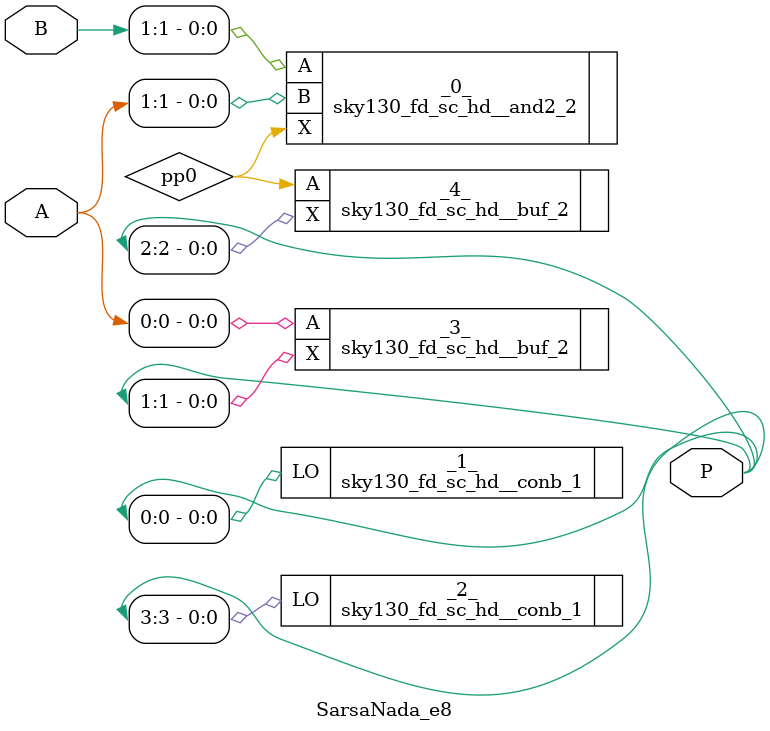
<source format=v>
module SarsaNada_e8 (A,
    B,
    P);
 input [1:0] A;
 input [1:0] B;
 output [3:0] P;

 wire pp0;

 sky130_fd_sc_hd__and2_2 _0_ (.A(B[1]),
    .B(A[1]),
    .X(pp0));
 sky130_fd_sc_hd__conb_1 _1_ (.LO(P[0]));
 sky130_fd_sc_hd__conb_1 _2_ (.LO(P[3]));
 sky130_fd_sc_hd__buf_2 _3_ (.A(A[0]),
    .X(P[1]));
 sky130_fd_sc_hd__buf_2 _4_ (.A(pp0),
    .X(P[2]));
 sky130_fd_sc_hd__decap_3 PHY_EDGE_ROW_0_Right_0 ();
 sky130_fd_sc_hd__decap_3 PHY_EDGE_ROW_1_Right_1 ();
 sky130_fd_sc_hd__decap_3 PHY_EDGE_ROW_2_Right_2 ();
 sky130_fd_sc_hd__decap_3 PHY_EDGE_ROW_3_Right_3 ();
 sky130_fd_sc_hd__decap_3 PHY_EDGE_ROW_4_Right_4 ();
 sky130_fd_sc_hd__decap_3 PHY_EDGE_ROW_5_Right_5 ();
 sky130_fd_sc_hd__decap_3 PHY_EDGE_ROW_6_Right_6 ();
 sky130_fd_sc_hd__decap_3 PHY_EDGE_ROW_7_Right_7 ();
 sky130_fd_sc_hd__decap_3 PHY_EDGE_ROW_8_Right_8 ();
 sky130_fd_sc_hd__decap_3 PHY_EDGE_ROW_9_Right_9 ();
 sky130_fd_sc_hd__decap_3 PHY_EDGE_ROW_0_Left_10 ();
 sky130_fd_sc_hd__decap_3 PHY_EDGE_ROW_1_Left_11 ();
 sky130_fd_sc_hd__decap_3 PHY_EDGE_ROW_2_Left_12 ();
 sky130_fd_sc_hd__decap_3 PHY_EDGE_ROW_3_Left_13 ();
 sky130_fd_sc_hd__decap_3 PHY_EDGE_ROW_4_Left_14 ();
 sky130_fd_sc_hd__decap_3 PHY_EDGE_ROW_5_Left_15 ();
 sky130_fd_sc_hd__decap_3 PHY_EDGE_ROW_6_Left_16 ();
 sky130_fd_sc_hd__decap_3 PHY_EDGE_ROW_7_Left_17 ();
 sky130_fd_sc_hd__decap_3 PHY_EDGE_ROW_8_Left_18 ();
 sky130_fd_sc_hd__decap_3 PHY_EDGE_ROW_9_Left_19 ();
 sky130_fd_sc_hd__tapvpwrvgnd_1 TAP_TAPCELL_ROW_0_20 ();
 sky130_fd_sc_hd__tapvpwrvgnd_1 TAP_TAPCELL_ROW_0_21 ();
 sky130_fd_sc_hd__tapvpwrvgnd_1 TAP_TAPCELL_ROW_1_22 ();
 sky130_fd_sc_hd__tapvpwrvgnd_1 TAP_TAPCELL_ROW_2_23 ();
 sky130_fd_sc_hd__tapvpwrvgnd_1 TAP_TAPCELL_ROW_3_24 ();
 sky130_fd_sc_hd__tapvpwrvgnd_1 TAP_TAPCELL_ROW_4_25 ();
 sky130_fd_sc_hd__tapvpwrvgnd_1 TAP_TAPCELL_ROW_5_26 ();
 sky130_fd_sc_hd__tapvpwrvgnd_1 TAP_TAPCELL_ROW_6_27 ();
 sky130_fd_sc_hd__tapvpwrvgnd_1 TAP_TAPCELL_ROW_7_28 ();
 sky130_fd_sc_hd__tapvpwrvgnd_1 TAP_TAPCELL_ROW_8_29 ();
 sky130_fd_sc_hd__tapvpwrvgnd_1 TAP_TAPCELL_ROW_9_30 ();
 sky130_fd_sc_hd__tapvpwrvgnd_1 TAP_TAPCELL_ROW_9_31 ();
endmodule

</source>
